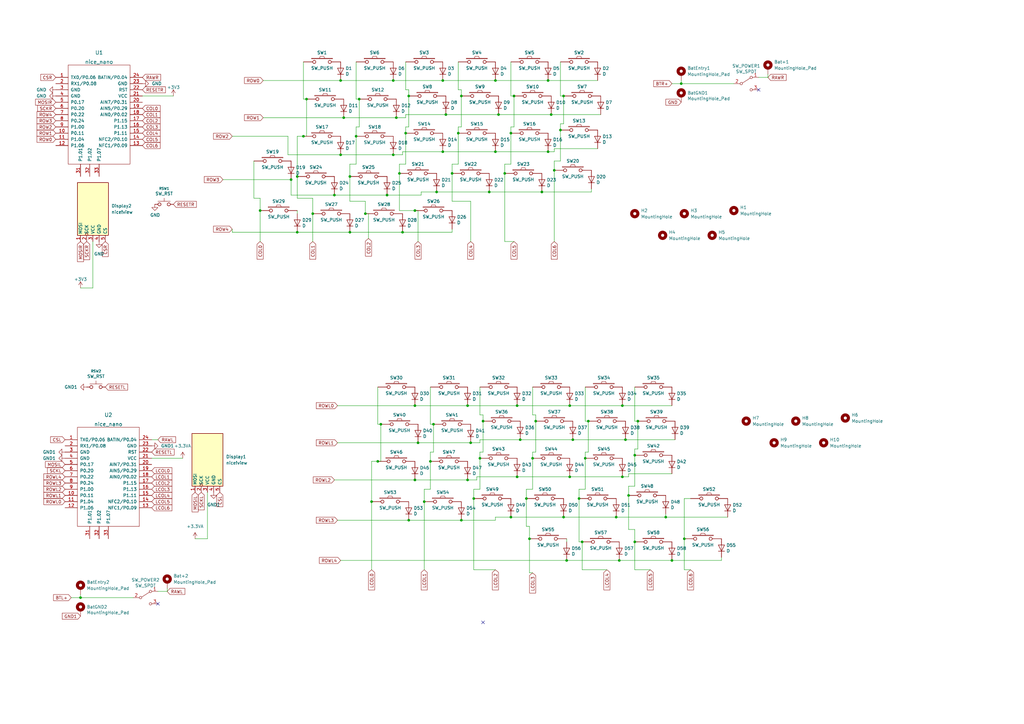
<source format=kicad_sch>
(kicad_sch (version 20211123) (generator eeschema)
  (paper "A3")
  (junction (at 161.29 63.5))
  (junction (at 255.27 166.37))
  (junction (at 170.18 166.37))
  (junction (at 232.41 229.87))
  (junction (at 128.27 87.63))
  (junction (at 163.83 71.12))
  (junction (at 198.12 172.72))
  (junction (at 124.46 55.88))
  (junction (at 173.99 205.74))
  (junction (at 273.05 212.09))
  (junction (at 119.38 73.66))
  (junction (at 217.17 220.98))
  (junction (at 233.68 166.37))
  (junction (at 252.73 212.09))
  (junction (at 161.29 33.02))
  (junction (at 143.51 72.39))
  (junction (at 146.05 55.88))
  (junction (at 167.64 213.36))
  (junction (at 240.03 187.96))
  (junction (at 162.56 48.26))
  (junction (at 200.66 78.74))
  (junction (at 224.79 33.02))
  (junction (at 233.68 195.58))
  (junction (at 166.37 54.61))
  (junction (at 260.35 186.69))
  (junction (at 165.1 95.25))
  (junction (at 106.68 86.36))
  (junction (at 176.53 189.23))
  (junction (at 167.64 39.37))
  (junction (at 213.36 180.34))
  (junction (at 147.32 40.64))
  (junction (at 137.16 80.01))
  (junction (at 181.61 33.02))
  (junction (at 158.75 80.01))
  (junction (at 275.59 229.87))
  (junction (at 257.81 203.2))
  (junction (at 279.4 34.29))
  (junction (at 209.55 54.61))
  (junction (at 193.04 181.61))
  (junction (at 237.49 204.47))
  (junction (at 143.51 95.25))
  (junction (at 182.88 46.99))
  (junction (at 121.92 95.25))
  (junction (at 256.54 180.34))
  (junction (at 212.09 166.37))
  (junction (at 261.62 172.72))
  (junction (at 254 229.87))
  (junction (at 229.87 53.34))
  (junction (at 227.33 69.85))
  (junction (at 187.96 54.61))
  (junction (at 189.23 213.36))
  (junction (at 177.8 173.99))
  (junction (at 210.82 39.37))
  (junction (at 280.67 220.98))
  (junction (at 234.95 180.34))
  (junction (at 222.25 78.74))
  (junction (at 139.7 63.5))
  (junction (at 140.97 48.26))
  (junction (at 171.45 181.61))
  (junction (at 149.86 87.63))
  (junction (at 219.71 172.72))
  (junction (at 154.94 189.23))
  (junction (at 241.3 172.72))
  (junction (at 260.35 222.25))
  (junction (at 203.2 62.23))
  (junction (at 33.02 245.11))
  (junction (at 209.55 212.09))
  (junction (at 152.4 205.74))
  (junction (at 226.06 46.99))
  (junction (at 212.09 195.58))
  (junction (at 204.47 46.99))
  (junction (at 231.14 39.37))
  (junction (at 207.01 71.12))
  (junction (at 238.76 222.25))
  (junction (at 191.77 196.85))
  (junction (at 156.21 173.99))
  (junction (at 121.92 72.39))
  (junction (at 189.23 39.37))
  (junction (at 194.31 204.47))
  (junction (at 255.27 195.58))
  (junction (at 170.18 86.36))
  (junction (at 125.73 40.64))
  (junction (at 179.07 78.74))
  (junction (at 191.77 166.37))
  (junction (at 196.85 187.96))
  (junction (at 185.42 71.12))
  (junction (at 215.9 204.47))
  (junction (at 203.2 33.02))
  (junction (at 218.44 187.96))
  (junction (at 231.14 212.09))
  (junction (at 139.7 33.02))
  (junction (at 170.18 196.85))
  (junction (at 224.79 62.23))
  (junction (at 181.61 62.23))
  (no_connect (at 64.77 247.65))
  (no_connect (at 198.12 255.27))
  (no_connect (at 311.15 36.83))
  (wire (pts (xy 234.95 180.34) (xy 256.54 180.34)))
  (wire (pts (xy 210.82 39.37) (xy 210.82 52.07)))
  (wire (pts (xy 64.77 180.34) (xy 62.23 180.34)))
  (wire (pts (xy 152.4 205.74) (xy 152.4 189.23)))
  (wire (pts (xy 146.05 25.4) (xy 146.05 40.64)))
  (wire (pts (xy 213.36 180.34) (xy 234.95 180.34)))
  (wire (pts (xy 314.96 31.75) (xy 314.96 30.48)))
  (wire (pts (xy 181.61 62.23) (xy 203.2 62.23)))
  (wire (pts (xy 166.37 54.61) (xy 166.37 67.31)))
  (wire (pts (xy 233.68 195.58) (xy 255.27 195.58)))
  (wire (pts (xy 187.96 67.31) (xy 185.42 67.31)))
  (wire (pts (xy 95.25 95.25) (xy 95.25 93.98)))
  (wire (pts (xy 227.33 66.04) (xy 227.33 69.85)))
  (wire (pts (xy 165.1 63.5) (xy 161.29 63.5)))
  (wire (pts (xy 121.92 95.25) (xy 143.51 95.25)))
  (wire (pts (xy 128.27 81.28) (xy 128.27 87.63)))
  (wire (pts (xy 166.37 46.99) (xy 166.37 48.26)))
  (wire (pts (xy 146.05 52.07) (xy 146.05 55.88)))
  (wire (pts (xy 212.09 166.37) (xy 233.68 166.37)))
  (wire (pts (xy 203.2 62.23) (xy 224.79 62.23)))
  (wire (pts (xy 275.59 194.31) (xy 257.81 194.31)))
  (wire (pts (xy 232.41 229.87) (xy 254 229.87)))
  (wire (pts (xy 260.35 233.68) (xy 266.7 233.68)))
  (wire (pts (xy 198.12 170.18) (xy 198.12 172.72)))
  (wire (pts (xy 187.96 25.4) (xy 187.96 36.83)))
  (wire (pts (xy 218.44 158.75) (xy 218.44 170.18)))
  (wire (pts (xy 229.87 39.37) (xy 231.14 39.37)))
  (wire (pts (xy 147.32 52.07) (xy 146.05 52.07)))
  (wire (pts (xy 179.07 78.74) (xy 200.66 78.74)))
  (wire (pts (xy 146.05 40.64) (xy 147.32 40.64)))
  (wire (pts (xy 138.43 166.37) (xy 170.18 166.37)))
  (wire (pts (xy 203.2 213.36) (xy 203.2 212.09)))
  (wire (pts (xy 232.41 220.98) (xy 232.41 222.25)))
  (wire (pts (xy 257.81 199.39) (xy 257.81 203.2)))
  (wire (pts (xy 275.59 34.29) (xy 279.4 34.29)))
  (wire (pts (xy 143.51 72.39) (xy 143.51 82.55)))
  (wire (pts (xy 138.43 181.61) (xy 171.45 181.61)))
  (wire (pts (xy 200.66 78.74) (xy 222.25 78.74)))
  (wire (pts (xy 219.71 172.72) (xy 219.71 185.42)))
  (wire (pts (xy 196.85 180.34) (xy 196.85 181.61)))
  (wire (pts (xy 238.76 233.68) (xy 248.92 233.68)))
  (wire (pts (xy 106.68 86.36) (xy 106.68 81.28)))
  (wire (pts (xy 149.86 82.55) (xy 149.86 87.63)))
  (wire (pts (xy 209.55 39.37) (xy 210.82 39.37)))
  (wire (pts (xy 121.92 81.28) (xy 128.27 81.28)))
  (wire (pts (xy 217.17 220.98) (xy 217.17 234.95)))
  (wire (pts (xy 196.85 185.42) (xy 196.85 187.96)))
  (wire (pts (xy 68.58 242.57) (xy 68.58 241.3)))
  (wire (pts (xy 167.64 36.83) (xy 167.64 39.37)))
  (wire (pts (xy 227.33 60.96) (xy 227.33 62.23)))
  (wire (pts (xy 143.51 82.55) (xy 149.86 82.55)))
  (wire (pts (xy 173.99 200.66) (xy 173.99 205.74)))
  (wire (pts (xy 152.4 205.74) (xy 152.4 233.68)))
  (wire (pts (xy 207.01 71.12) (xy 207.01 99.06)))
  (wire (pts (xy 218.44 200.66) (xy 215.9 200.66)))
  (wire (pts (xy 185.42 67.31) (xy 185.42 71.12)))
  (wire (pts (xy 207.01 67.31) (xy 207.01 71.12)))
  (wire (pts (xy 218.44 187.96) (xy 218.44 200.66)))
  (wire (pts (xy 107.95 48.26) (xy 140.97 48.26)))
  (wire (pts (xy 95.25 55.88) (xy 118.11 55.88)))
  (wire (pts (xy 187.96 36.83) (xy 189.23 36.83)))
  (wire (pts (xy 176.53 189.23) (xy 176.53 200.66)))
  (wire (pts (xy 143.51 67.31) (xy 146.05 67.31)))
  (wire (pts (xy 229.87 50.8) (xy 229.87 53.34)))
  (wire (pts (xy 121.92 86.36) (xy 121.92 87.63)))
  (wire (pts (xy 279.4 34.29) (xy 279.4 33.02)))
  (wire (pts (xy 156.21 173.99) (xy 156.21 189.23)))
  (wire (pts (xy 240.03 200.66) (xy 237.49 200.66)))
  (wire (pts (xy 194.31 200.66) (xy 194.31 204.47)))
  (wire (pts (xy 104.14 81.28) (xy 106.68 81.28)))
  (wire (pts (xy 128.27 87.63) (xy 128.27 99.06)))
  (wire (pts (xy 182.88 46.99) (xy 166.37 46.99)))
  (wire (pts (xy 260.35 199.39) (xy 257.81 199.39)))
  (wire (pts (xy 166.37 48.26) (xy 162.56 48.26)))
  (wire (pts (xy 245.11 60.96) (xy 227.33 60.96)))
  (wire (pts (xy 124.46 55.88) (xy 125.73 55.88)))
  (wire (pts (xy 204.47 46.99) (xy 226.06 46.99)))
  (wire (pts (xy 163.83 71.12) (xy 163.83 86.36)))
  (wire (pts (xy 280.67 233.68) (xy 283.21 233.68)))
  (wire (pts (xy 121.92 95.25) (xy 95.25 95.25)))
  (wire (pts (xy 124.46 40.64) (xy 125.73 40.64)))
  (wire (pts (xy 233.68 166.37) (xy 255.27 166.37)))
  (wire (pts (xy 170.18 196.85) (xy 191.77 196.85)))
  (wire (pts (xy 273.05 212.09) (xy 298.45 212.09)))
  (wire (pts (xy 173.99 205.74) (xy 173.99 233.68)))
  (wire (pts (xy 166.37 52.07) (xy 166.37 54.61)))
  (wire (pts (xy 167.64 52.07) (xy 166.37 52.07)))
  (wire (pts (xy 260.35 222.25) (xy 260.35 233.68)))
  (wire (pts (xy 143.51 95.25) (xy 165.1 95.25)))
  (wire (pts (xy 165.1 95.25) (xy 185.42 95.25)))
  (wire (pts (xy 124.46 25.4) (xy 124.46 40.64)))
  (wire (pts (xy 227.33 62.23) (xy 224.79 62.23)))
  (wire (pts (xy 275.59 229.87) (xy 295.91 229.87)))
  (wire (pts (xy 195.58 195.58) (xy 195.58 196.85)))
  (wire (pts (xy 283.21 204.47) (xy 280.67 204.47)))
  (wire (pts (xy 260.35 158.75) (xy 260.35 172.72)))
  (wire (pts (xy 185.42 71.12) (xy 185.42 82.55)))
  (wire (pts (xy 255.27 166.37) (xy 275.59 166.37)))
  (wire (pts (xy 140.97 48.26) (xy 162.56 48.26)))
  (wire (pts (xy 227.33 69.85) (xy 227.33 99.06)))
  (wire (pts (xy 210.82 52.07) (xy 209.55 52.07)))
  (wire (pts (xy 121.92 55.88) (xy 124.46 55.88)))
  (wire (pts (xy 261.62 172.72) (xy 261.62 184.15)))
  (wire (pts (xy 146.05 55.88) (xy 146.05 67.31)))
  (wire (pts (xy 154.94 189.23) (xy 156.21 189.23)))
  (wire (pts (xy 280.67 220.98) (xy 281.94 220.98)))
  (wire (pts (xy 189.23 36.83) (xy 189.23 39.37)))
  (wire (pts (xy 62.23 187.96) (xy 74.93 187.96)))
  (wire (pts (xy 29.21 245.11) (xy 33.02 245.11)))
  (wire (pts (xy 196.85 158.75) (xy 196.85 170.18)))
  (wire (pts (xy 171.45 86.36) (xy 171.45 99.06)))
  (wire (pts (xy 229.87 53.34) (xy 229.87 66.04)))
  (wire (pts (xy 209.55 67.31) (xy 207.01 67.31)))
  (wire (pts (xy 187.96 54.61) (xy 187.96 67.31)))
  (wire (pts (xy 260.35 217.17) (xy 260.35 222.25)))
  (wire (pts (xy 118.11 63.5) (xy 139.7 63.5)))
  (wire (pts (xy 260.35 172.72) (xy 261.62 172.72)))
  (wire (pts (xy 311.15 31.75) (xy 314.96 31.75)))
  (wire (pts (xy 196.85 181.61) (xy 193.04 181.61)))
  (wire (pts (xy 139.7 63.5) (xy 161.29 63.5)))
  (wire (pts (xy 194.31 204.47) (xy 194.31 233.68)))
  (wire (pts (xy 195.58 196.85) (xy 191.77 196.85)))
  (wire (pts (xy 194.31 233.68) (xy 203.2 233.68)))
  (wire (pts (xy 273.05 212.09) (xy 273.05 210.82)))
  (wire (pts (xy 261.62 222.25) (xy 260.35 222.25)))
  (wire (pts (xy 151.13 87.63) (xy 149.86 87.63)))
  (wire (pts (xy 215.9 204.47) (xy 215.9 215.9)))
  (wire (pts (xy 154.94 158.75) (xy 154.94 173.99)))
  (wire (pts (xy 167.64 213.36) (xy 189.23 213.36)))
  (wire (pts (xy 182.88 46.99) (xy 204.47 46.99)))
  (wire (pts (xy 138.43 213.36) (xy 167.64 213.36)))
  (wire (pts (xy 151.13 97.79) (xy 151.13 87.63)))
  (wire (pts (xy 196.85 170.18) (xy 198.12 170.18)))
  (wire (pts (xy 213.36 180.34) (xy 196.85 180.34)))
  (wire (pts (xy 107.95 33.02) (xy 139.7 33.02)))
  (wire (pts (xy 280.67 204.47) (xy 280.67 220.98)))
  (wire (pts (xy 219.71 170.18) (xy 219.71 172.72)))
  (wire (pts (xy 261.62 184.15) (xy 260.35 184.15)))
  (wire (pts (xy 242.57 78.74) (xy 242.57 77.47)))
  (wire (pts (xy 237.49 200.66) (xy 237.49 204.47)))
  (wire (pts (xy 256.54 180.34) (xy 276.86 180.34)))
  (wire (pts (xy 170.18 86.36) (xy 171.45 86.36)))
  (wire (pts (xy 147.32 40.64) (xy 147.32 52.07)))
  (wire (pts (xy 121.92 72.39) (xy 121.92 81.28)))
  (wire (pts (xy 209.55 25.4) (xy 209.55 39.37)))
  (wire (pts (xy 226.06 46.99) (xy 246.38 46.99)))
  (wire (pts (xy 222.25 78.74) (xy 242.57 78.74)))
  (wire (pts (xy 279.4 34.29) (xy 300.99 34.29)))
  (wire (pts (xy 163.83 67.31) (xy 163.83 71.12)))
  (wire (pts (xy 189.23 39.37) (xy 189.23 52.07)))
  (wire (pts (xy 185.42 82.55) (xy 193.04 82.55)))
  (wire (pts (xy 104.14 66.04) (xy 104.14 81.28)))
  (wire (pts (xy 187.96 52.07) (xy 187.96 54.61)))
  (wire (pts (xy 58.42 39.37) (xy 71.12 39.37)))
  (wire (pts (xy 33.02 245.11) (xy 54.61 245.11)))
  (wire (pts (xy 237.49 222.25) (xy 238.76 222.25)))
  (wire (pts (xy 137.16 80.01) (xy 119.38 80.01)))
  (wire (pts (xy 207.01 99.06) (xy 210.82 99.06)))
  (wire (pts (xy 177.8 185.42) (xy 176.53 185.42)))
  (wire (pts (xy 172.72 80.01) (xy 172.72 78.74)))
  (wire (pts (xy 260.35 184.15) (xy 260.35 186.69)))
  (wire (pts (xy 240.03 172.72) (xy 241.3 172.72)))
  (wire (pts (xy 219.71 185.42) (xy 218.44 185.42)))
  (wire (pts (xy 106.68 86.36) (xy 106.68 99.06)))
  (wire (pts (xy 85.09 201.93) (xy 85.09 220.98)))
  (wire (pts (xy 173.99 200.66) (xy 176.53 200.66)))
  (wire (pts (xy 218.44 170.18) (xy 219.71 170.18)))
  (wire (pts (xy 137.16 80.01) (xy 158.75 80.01)))
  (wire (pts (xy 229.87 25.4) (xy 229.87 39.37)))
  (wire (pts (xy 218.44 185.42) (xy 218.44 187.96)))
  (wire (pts (xy 152.4 189.23) (xy 154.94 189.23)))
  (wire (pts (xy 158.75 80.01) (xy 172.72 80.01)))
  (wire (pts (xy 166.37 36.83) (xy 167.64 36.83)))
  (wire (pts (xy 172.72 78.74) (xy 179.07 78.74)))
  (wire (pts (xy 217.17 220.98) (xy 217.17 215.9)))
  (wire (pts (xy 257.81 195.58) (xy 255.27 195.58)))
  (wire (pts (xy 238.76 222.25) (xy 238.76 233.68)))
  (wire (pts (xy 193.04 82.55) (xy 193.04 99.06)))
  (wire (pts (xy 215.9 215.9) (xy 217.17 215.9)))
  (wire (pts (xy 118.11 55.88) (xy 118.11 63.5)))
  (wire (pts (xy 260.35 186.69) (xy 260.35 199.39)))
  (wire (pts (xy 231.14 50.8) (xy 229.87 50.8)))
  (wire (pts (xy 163.83 86.36) (xy 170.18 86.36)))
  (wire (pts (xy 191.77 166.37) (xy 212.09 166.37)))
  (wire (pts (xy 181.61 33.02) (xy 203.2 33.02)))
  (wire (pts (xy 125.73 40.64) (xy 125.73 55.88)))
  (wire (pts (xy 231.14 212.09) (xy 252.73 212.09)))
  (wire (pts (xy 121.92 72.39) (xy 121.92 55.88)))
  (wire (pts (xy 64.77 242.57) (xy 68.58 242.57)))
  (wire (pts (xy 203.2 33.02) (xy 224.79 33.02)))
  (wire (pts (xy 139.7 33.02) (xy 161.29 33.02)))
  (wire (pts (xy 189.23 52.07) (xy 187.96 52.07)))
  (wire (pts (xy 181.61 62.23) (xy 165.1 62.23)))
  (wire (pts (xy 209.55 52.07) (xy 209.55 54.61)))
  (wire (pts (xy 240.03 185.42) (xy 240.03 187.96)))
  (wire (pts (xy 38.1 118.11) (xy 33.02 118.11)))
  (wire (pts (xy 139.7 229.87) (xy 232.41 229.87)))
  (wire (pts (xy 154.94 173.99) (xy 156.21 173.99)))
  (wire (pts (xy 212.09 195.58) (xy 233.68 195.58)))
  (wire (pts (xy 198.12 185.42) (xy 196.85 185.42)))
  (wire (pts (xy 241.3 172.72) (xy 241.3 185.42)))
  (wire (pts (xy 38.1 99.06) (xy 38.1 118.11)))
  (wire (pts (xy 229.87 66.04) (xy 227.33 66.04)))
  (wire (pts (xy 280.67 220.98) (xy 280.67 233.68)))
  (wire (pts (xy 119.38 80.01) (xy 119.38 73.66)))
  (wire (pts (xy 295.91 229.87) (xy 295.91 228.6)))
  (wire (pts (xy 198.12 172.72) (xy 198.12 185.42)))
  (wire (pts (xy 166.37 25.4) (xy 166.37 36.83)))
  (wire (pts (xy 170.18 166.37) (xy 191.77 166.37)))
  (wire (pts (xy 166.37 67.31) (xy 163.83 67.31)))
  (wire (pts (xy 240.03 187.96) (xy 240.03 200.66)))
  (wire (pts (xy 176.53 173.99) (xy 177.8 173.99)))
  (wire (pts (xy 176.53 158.75) (xy 176.53 173.99)))
  (wire (pts (xy 176.53 185.42) (xy 176.53 189.23)))
  (wire (pts (xy 143.51 67.31) (xy 143.51 72.39)))
  (wire (pts (xy 85.09 220.98) (xy 80.01 220.98)))
  (wire (pts (xy 196.85 200.66) (xy 194.31 200.66)))
  (wire (pts (xy 254 229.87) (xy 275.59 229.87)))
  (wire (pts (xy 237.49 204.47) (xy 237.49 222.25)))
  (wire (pts (xy 33.02 245.11) (xy 33.02 243.84)))
  (wire (pts (xy 209.55 54.61) (xy 209.55 67.31)))
  (wire (pts (xy 252.73 212.09) (xy 273.05 212.09)))
  (wire (pts (xy 171.45 181.61) (xy 193.04 181.61)))
  (wire (pts (xy 189.23 213.36) (xy 203.2 213.36)))
  (wire (pts (xy 240.03 158.75) (xy 240.03 172.72)))
  (wire (pts (xy 185.42 95.25) (xy 185.42 93.98)))
  (wire (pts (xy 177.8 173.99) (xy 177.8 185.42)))
  (wire (pts (xy 217.17 234.95) (xy 218.44 234.95)))
  (wire (pts (xy 231.14 39.37) (xy 231.14 50.8)))
  (wire (pts (xy 212.09 195.58) (xy 195.58 195.58)))
  (wire (pts (xy 137.16 196.85) (xy 170.18 196.85)))
  (wire (pts (xy 257.81 194.31) (xy 257.81 195.58)))
  (wire (pts (xy 224.79 33.02) (xy 245.11 33.02)))
  (wire (pts (xy 167.64 39.37) (xy 167.64 52.07)))
  (wire (pts (xy 161.29 33.02) (xy 181.61 33.02)))
  (wire (pts (xy 119.38 73.66) (xy 91.44 73.66)))
  (wire (pts (xy 203.2 212.09) (xy 209.55 212.09)))
  (wire (pts (xy 241.3 185.42) (xy 240.03 185.42)))
  (wire (pts (xy 257.81 217.17) (xy 260.35 217.17)))
  (wire (pts (xy 257.81 203.2) (xy 257.81 217.17)))
  (wire (pts (xy 196.85 187.96) (xy 196.85 200.66)))
  (wire (pts (xy 209.55 212.09) (xy 231.14 212.09)))
  (wire (pts (xy 215.9 200.66) (xy 215.9 204.47)))
  (wire (pts (xy 165.1 62.23) (xy 165.1 63.5)))
  (global_label "ROW0" (shape input) (at 22.86 57.15 180) (property "Intersheet References" "${INTERSHEET_REFS}" (effects hide)))
  (global_label "LCOL5" (shape input) (at 266.7 233.68 270) (property "Intersheet References" "${INTERSHEET_REFS}" (effects hide)))
  (global_label "COL3" (shape input) (at 171.45 99.06 270) (property "Intersheet References" "${INTERSHEET_REFS}" (effects hide)))
  (global_label "ROWL0" (shape input) (at 138.43 166.37 180) (property "Intersheet References" "${INTERSHEET_REFS}" (effects hide)))
  (global_label "GND1" (shape input) (at 33.02 252.73 180) (property "Intersheet References" "${INTERSHEET_REFS}" (effects hide)))
  (global_label "SCKR" (shape input) (at 22.86 44.45 180) (property "Intersheet References" "${INTERSHEET_REFS}" (effects hide)))
  (global_label "ROW2" (shape input) (at 22.86 52.07 180) (property "Intersheet References" "${INTERSHEET_REFS}" (effects hide)))
  (global_label "ROWL4" (shape input) (at 139.7 229.87 180) (property "Intersheet References" "${INTERSHEET_REFS}" (effects hide)))
  (global_label "COL3" (shape input) (at 58.42 52.07 0) (property "Intersheet References" "${INTERSHEET_REFS}" (effects hide)))
  (global_label "SCKR" (shape input) (at 35.56 99.06 270) (property "Intersheet References" "${INTERSHEET_REFS}" (effects hide)))
  (global_label "RESETL" (shape input) (at 43.18 158.75 0) (property "Intersheet References" "${INTERSHEET_REFS}" (effects hide)))
  (global_label "LCOL1" (shape input) (at 173.99 233.68 270) (property "Intersheet References" "${INTERSHEET_REFS}" (effects hide)))
  (global_label "RAWR" (shape input) (at 314.96 31.75 0) (property "Intersheet References" "${INTERSHEET_REFS}" (effects hide)))
  (global_label "MOSIR" (shape input) (at 22.86 41.91 180) (property "Intersheet References" "${INTERSHEET_REFS}" (effects hide)))
  (global_label "RESETR" (shape input) (at 58.42 36.83 0) (property "Intersheet References" "${INTERSHEET_REFS}" (effects hide)))
  (global_label "LCOL0" (shape input) (at 152.4 233.68 270) (property "Intersheet References" "${INTERSHEET_REFS}" (effects hide)))
  (global_label "COL6" (shape input) (at 58.42 59.69 0) (property "Intersheet References" "${INTERSHEET_REFS}" (effects hide)))
  (global_label "LCOL4" (shape input) (at 62.23 203.2 0) (property "Intersheet References" "${INTERSHEET_REFS}" (effects hide)))
  (global_label "ROWL1" (shape input) (at 26.67 203.2 180) (property "Intersheet References" "${INTERSHEET_REFS}" (effects hide)))
  (global_label "COL6" (shape input) (at 227.33 99.06 270) (property "Intersheet References" "${INTERSHEET_REFS}" (effects hide)))
  (global_label "MOSIR" (shape input) (at 33.02 99.06 270) (property "Intersheet References" "${INTERSHEET_REFS}" (effects hide)))
  (global_label "RAWR" (shape input) (at 58.42 31.75 0) (property "Intersheet References" "${INTERSHEET_REFS}" (effects hide)))
  (global_label "LCOL4" (shape input) (at 248.92 233.68 270) (property "Intersheet References" "${INTERSHEET_REFS}" (effects hide)))
  (global_label "COL4" (shape input) (at 193.04 99.06 270) (property "Intersheet References" "${INTERSHEET_REFS}" (effects hide)))
  (global_label "RESETR" (shape input) (at 71.12 83.82 0) (property "Intersheet References" "${INTERSHEET_REFS}" (effects hide)))
  (global_label "ROWL2" (shape input) (at 137.16 196.85 180) (property "Intersheet References" "${INTERSHEET_REFS}" (effects hide)))
  (global_label "COL5" (shape input) (at 210.82 99.06 270) (property "Intersheet References" "${INTERSHEET_REFS}" (effects hide)))
  (global_label "ROWL3" (shape input) (at 138.43 213.36 180) (property "Intersheet References" "${INTERSHEET_REFS}" (effects hide)))
  (global_label "RAWL" (shape input) (at 68.58 242.57 0) (property "Intersheet References" "${INTERSHEET_REFS}" (effects hide)))
  (global_label "LCOL3" (shape input) (at 218.44 234.95 270) (property "Intersheet References" "${INTERSHEET_REFS}" (effects hide)))
  (global_label "ROWL4" (shape input) (at 26.67 195.58 180) (property "Intersheet References" "${INTERSHEET_REFS}" (effects hide)))
  (global_label "COL5" (shape input) (at 58.42 57.15 0) (property "Intersheet References" "${INTERSHEET_REFS}" (effects hide)))
  (global_label "LCOL6" (shape input) (at 62.23 208.28 0) (property "Intersheet References" "${INTERSHEET_REFS}" (effects hide)))
  (global_label "LCOL5" (shape input) (at 62.23 205.74 0) (property "Intersheet References" "${INTERSHEET_REFS}" (effects hide)))
  (global_label "COL1" (shape input) (at 128.27 99.06 270) (property "Intersheet References" "${INTERSHEET_REFS}" (effects hide)))
  (global_label "LCOL3" (shape input) (at 62.23 200.66 0) (property "Intersheet References" "${INTERSHEET_REFS}" (effects hide)))
  (global_label "CSR" (shape input) (at 22.86 31.75 180) (property "Intersheet References" "${INTERSHEET_REFS}" (effects hide)))
  (global_label "MOSIL" (shape input) (at 80.01 201.93 270) (property "Intersheet References" "${INTERSHEET_REFS}" (effects hide)))
  (global_label "LCOL2" (shape input) (at 203.2 233.68 270) (property "Intersheet References" "${INTERSHEET_REFS}" (effects hide)))
  (global_label "ROWL1" (shape input) (at 138.43 181.61 180) (property "Intersheet References" "${INTERSHEET_REFS}" (effects hide)))
  (global_label "COL2" (shape input) (at 151.13 97.79 270) (property "Intersheet References" "${INTERSHEET_REFS}" (effects hide)))
  (global_label "GND" (shape input) (at 279.4 41.91 180) (property "Intersheet References" "${INTERSHEET_REFS}" (effects hide)))
  (global_label "CSL" (shape input) (at 90.17 201.93 270) (property "Intersheet References" "${INTERSHEET_REFS}" (effects hide)))
  (global_label "LCOL2" (shape input) (at 62.23 198.12 0) (property "Intersheet References" "${INTERSHEET_REFS}" (effects hide)))
  (global_label "ROW3" (shape input) (at 91.44 73.66 180) (property "Intersheet References" "${INTERSHEET_REFS}" (effects hide)))
  (global_label "COL2" (shape input) (at 58.42 49.53 0) (property "Intersheet References" "${INTERSHEET_REFS}" (effects hide)))
  (global_label "ROW4" (shape input) (at 95.25 93.98 180) (property "Intersheet References" "${INTERSHEET_REFS}" (effects hide)))
  (global_label "ROWL2" (shape input) (at 26.67 200.66 180) (property "Intersheet References" "${INTERSHEET_REFS}" (effects hide)))
  (global_label "MOSIL" (shape input) (at 26.67 190.5 180) (property "Intersheet References" "${INTERSHEET_REFS}" (effects hide)))
  (global_label "RAWL" (shape input) (at 64.77 180.34 0) (property "Intersheet References" "${INTERSHEET_REFS}" (effects hide)))
  (global_label "LCOL1" (shape input) (at 62.23 195.58 0) (property "Intersheet References" "${INTERSHEET_REFS}" (effects hide)))
  (global_label "LCOL0" (shape input) (at 62.23 193.04 0) (property "Intersheet References" "${INTERSHEET_REFS}" (effects hide)))
  (global_label "COL1" (shape input) (at 58.42 46.99 0) (property "Intersheet References" "${INTERSHEET_REFS}" (effects hide)))
  (global_label "CSL" (shape input) (at 26.67 180.34 180) (property "Intersheet References" "${INTERSHEET_REFS}" (effects hide)))
  (global_label "ROW4" (shape input) (at 22.86 46.99 180) (property "Intersheet References" "${INTERSHEET_REFS}" (effects hide)))
  (global_label "ROW0" (shape input) (at 107.95 33.02 180) (property "Intersheet References" "${INTERSHEET_REFS}" (effects hide)))
  (global_label "SCKL" (shape input) (at 26.67 193.04 180) (property "Intersheet References" "${INTERSHEET_REFS}" (effects hide)))
  (global_label "COL4" (shape input) (at 58.42 54.61 0) (property "Intersheet References" "${INTERSHEET_REFS}" (effects hide)))
  (global_label "COL0" (shape input) (at 106.68 99.06 270) (property "Intersheet References" "${INTERSHEET_REFS}" (effects hide)))
  (global_label "SCKL" (shape input) (at 82.55 201.93 270) (property "Intersheet References" "${INTERSHEET_REFS}" (effects hide)))
  (global_label "ROW2" (shape input) (at 95.25 55.88 180) (property "Intersheet References" "${INTERSHEET_REFS}" (effects hide)))
  (global_label "ROW1" (shape input) (at 107.95 48.26 180) (property "Intersheet References" "${INTERSHEET_REFS}" (effects hide)))
  (global_label "ROWL3" (shape input) (at 26.67 198.12 180) (property "Intersheet References" "${INTERSHEET_REFS}" (effects hide)))
  (global_label "COL0" (shape input) (at 58.42 44.45 0) (property "Intersheet References" "${INTERSHEET_REFS}" (effects hide)))
  (global_label "LCOL6" (shape input) (at 283.21 233.68 270) (property "Intersheet References" "${INTERSHEET_REFS}" (effects hide)))
  (global_label "RESETL" (shape input) (at 62.23 185.42 0) (property "Intersheet References" "${INTERSHEET_REFS}" (effects hide)))
  (global_label "ROWL0" (shape input) (at 26.67 205.74 180) (property "Intersheet References" "${INTERSHEET_REFS}" (effects hide)))
  (global_label "BTL+" (shape input) (at 29.21 245.11 180) (property "Intersheet References" "${INTERSHEET_REFS}" (effects hide)))
  (global_label "CSR" (shape input) (at 43.18 99.06 270) (property "Intersheet References" "${INTERSHEET_REFS}" (effects hide)))
  (global_label "ROW3" (shape input) (at 22.86 49.53 180) (property "Intersheet References" "${INTERSHEET_REFS}" (effects hide)))
  (global_label "BTR+" (shape input) (at 275.59 34.29 180) (property "Intersheet References" "${INTERSHEET_REFS}" (effects hide)))
  (global_label "ROW1" (shape input) (at 22.86 54.61 180) (property "Intersheet References" "${INTERSHEET_REFS}" (effects hide)))
  (symbol (lib_id "power:GND1") (at 87.63 201.93 0) (unit 1)
    (property "Reference" "#PWR0110" (effects hide))
    (property "Value" "GND1" (at 87.63 207.01 0))
  )
  (symbol (lib_id "Lily58_Pro-rescue:D-Lily58-cache") (at 193.04 177.8 90) (unit 1)
    (property "Reference" "D41" (at 195.0466 176.6316 90) (effects (justify right)))
    (property "Value" "D" (at 195.0466 178.943 90) (effects (justify right)))
    (property "Footprint" "RunType58:Diode_TH_SOD123" (effects hide))
  )
  (symbol (lib_id "Mechanical:MountingHole_Pad") (at 33.02 250.19 0) (unit 1)
    (property "Reference" "BatGND2" (at 35.56 248.9454 0) (effects (justify left)))
    (property "Value" "MountingHole_Pad" (at 35.56 251.2568 0) (effects (justify left)))
    (property "Footprint" "nicenan0_v2:1pin_Battery" (effects hide))
  )
  (symbol (lib_id "Lily58_Pro-rescue:D-Lily58-cache") (at 139.7 59.69 90) (unit 1)
    (property "Reference" "D17" (at 141.7066 58.5216 90) (effects (justify right)))
    (property "Value" "D" (at 141.7066 60.833 90) (effects (justify right)))
    (property "Footprint" "RunType58:Diode_TH_SOD123" (effects hide))
  )
  (symbol (lib_id "Lily58_Pro-rescue:D-Lily58-cache") (at 273.05 207.01 90) (unit 1)
    (property "Reference" "D48" (at 275.0566 205.8416 90) (effects (justify right)))
    (property "Value" "D" (at 275.0566 208.153 90) (effects (justify right)))
    (property "Footprint" "RunType58:Diode_TH_SOD123" (effects hide))
  )
  (symbol (lib_id "power:GND") (at 58.42 34.29 90) (unit 1)
    (property "Reference" "#PWR0112" (effects hide))
    (property "Value" "GND" (at 62.23 34.2899 90) (effects (justify right)))
  )
  (symbol (lib_id "Lily58_Pro-rescue:D-Lily58-cache") (at 245.11 29.21 90) (unit 1)
    (property "Reference" "D2" (at 247.1166 28.0416 90) (effects (justify right)))
    (property "Value" "D" (at 247.1166 30.353 90) (effects (justify right)))
    (property "Footprint" "RunType58:Diode_TH_SOD123" (effects hide))
  )
  (symbol (lib_id "Lily58_Pro-rescue:D-Lily58-cache") (at 161.29 59.69 90) (unit 1)
    (property "Reference" "D18" (at 163.2966 58.5216 90) (effects (justify right)))
    (property "Value" "D" (at 163.2966 60.833 90) (effects (justify right)))
    (property "Footprint" "RunType58:Diode_TH_SOD123" (effects hide))
  )
  (symbol (lib_id "Lily58_Pro-rescue:D-Lily58-cache") (at 191.77 193.04 90) (unit 1)
    (property "Reference" "D47" (at 193.7766 191.8716 90) (effects (justify right)))
    (property "Value" "D" (at 193.7766 194.183 90) (effects (justify right)))
    (property "Footprint" "RunType58:Diode_TH_SOD123" (effects hide))
  )
  (symbol (lib_id "Lily58_Pro-rescue:D-Lily58-cache") (at 167.64 209.55 90) (unit 1)
    (property "Reference" "D53" (at 169.6466 208.3816 90) (effects (justify right)))
    (property "Value" "D" (at 169.6466 210.693 90) (effects (justify right)))
    (property "Footprint" "RunType58:Diode_TH_SOD123" (effects hide))
  )
  (symbol (lib_id "Lily58_Pro-rescue:D-Lily58-cache") (at 276.86 176.53 90) (unit 1)
    (property "Reference" "D39" (at 278.8666 175.3616 90) (effects (justify right)))
    (property "Value" "D" (at 278.8666 177.673 90) (effects (justify right)))
    (property "Footprint" "RunType58:Diode_TH_SOD123" (effects hide))
  )
  (symbol (lib_id "Lily58_Pro-rescue:SW_RST-Lily58-cache") (at 67.31 83.82 0) (unit 1)
    (property "Reference" "RSW1" (at 67.31 77.3176 0) (effects (font (size 1.016 1.016))))
    (property "Value" "SW_RST" (at 67.31 79.4258 0))
    (property "Footprint" "RunType58:TACT_SWITCH_TVBP06" (effects hide))
  )
  (symbol (lib_id "Lily58_Pro-rescue:SW_PUSH-Lily58-cache") (at 226.06 187.96 0) (unit 1)
    (property "Reference" "SW44" (at 226.06 184.15 0))
    (property "Value" "SW_PUSH" (at 226.06 190.5 0))
    (property "Footprint" "RunType58:CherryMX_KailhLowProfile_Hotswap" (effects hide))
  )
  (symbol (lib_id "Lily58_Pro-rescue:D-Lily58-cache") (at 203.2 29.21 90) (unit 1)
    (property "Reference" "D4" (at 205.2066 28.0416 90) (effects (justify right)))
    (property "Value" "D" (at 205.2066 30.353 90) (effects (justify right)))
    (property "Footprint" "RunType58:Diode_TH_SOD123" (effects hide))
  )
  (symbol (lib_id "Lily58_Pro-rescue:SW_RST-Lily58-cache") (at 39.37 158.75 0) (unit 1)
    (property "Reference" "RSW2" (at 39.37 152.2476 0) (effects (font (size 1.016 1.016))))
    (property "Value" "SW_RST" (at 39.37 154.3558 0))
    (property "Footprint" "RunType58:TACT_SWITCH_TVBP06" (effects hide))
  )
  (symbol (lib_id "Lily58_Pro-rescue:D-Lily58-cache") (at 203.2 58.42 90) (unit 1)
    (property "Reference" "D15" (at 205.2066 57.2516 90) (effects (justify right)))
    (property "Value" "D" (at 205.2066 59.563 90) (effects (justify right)))
    (property "Footprint" "RunType58:Diode_TH_SOD123" (effects hide))
  )
  (symbol (lib_id "Lily58_Pro-rescue:D-Lily58-cache") (at 200.66 74.93 90) (unit 1)
    (property "Reference" "D22" (at 202.6666 73.7616 90) (effects (justify right)))
    (property "Value" "D" (at 202.6666 76.073 90) (effects (justify right)))
    (property "Footprint" "RunType58:Diode_TH_SOD123" (effects hide))
  )
  (symbol (lib_id "Lily58_Pro-rescue:SW_PUSH-Lily58-cache") (at 214.63 71.12 0) (unit 1)
    (property "Reference" "SW23" (at 214.63 67.31 0))
    (property "Value" "SW_PUSH" (at 214.63 73.66 0))
    (property "Footprint" "RunType58:CherryMX_KailhLowProfile_Hotswap" (effects hide))
  )
  (symbol (lib_id "Switch:SW_SPDT") (at 306.07 34.29 0) (unit 1)
    (property "Reference" "SW_POWER1" (at 306.07 27.051 0))
    (property "Value" "SW_SPDT" (at 306.07 29.3624 0))
    (property "Footprint" "nicenano2:SPDT_C128955" (effects hide))
  )
  (symbol (lib_id "Lily58_Pro-rescue:SW_PUSH-Lily58-cache") (at 129.54 72.39 0) (unit 1)
    (property "Reference" "SW24" (at 129.54 68.58 0))
    (property "Value" "SW_PUSH" (at 129.54 74.93 0))
    (property "Footprint" "RunType58:CherryMX_KailhLowProfile_Hotswap" (effects hide))
  )
  (symbol (lib_id "Lily58_Pro-rescue:D-Lily58-cache") (at 212.09 191.77 90) (unit 1)
    (property "Reference" "D43" (at 214.0966 190.6016 90) (effects (justify right)))
    (property "Value" "D" (at 214.0966 192.913 90) (effects (justify right)))
    (property "Footprint" "RunType58:Diode_TH_SOD123" (effects hide))
  )
  (symbol (lib_id "Lily58_Pro-rescue:D-Lily58-cache") (at 233.68 162.56 90) (unit 1)
    (property "Reference" "D33" (at 235.6866 161.3916 90) (effects (justify right)))
    (property "Value" "D" (at 235.6866 163.703 90) (effects (justify right)))
    (property "Footprint" "RunType58:Diode_TH_SOD123" (effects hide))
  )
  (symbol (lib_id "Lily58_Pro-rescue:D-Lily58-cache") (at 170.18 162.56 90) (unit 1)
    (property "Reference" "D30" (at 172.1866 161.3916 90) (effects (justify right)))
    (property "Value" "D" (at 172.1866 163.703 90) (effects (justify right)))
    (property "Footprint" "RunType58:Diode_TH_SOD123" (effects hide))
  )
  (symbol (lib_id "Mechanical:MountingHole_Pad") (at 314.96 27.94 0) (unit 1)
    (property "Reference" "Bat+1" (at 317.5 25.3999 0) (effects (justify left)))
    (property "Value" "MountingHole_Pad" (at 317.5 27.9399 0) (effects (justify left)))
    (property "Footprint" "nicenan0_v2:1pin_Battery" (effects hide))
  )
  (symbol (lib_id "power:GND1") (at 26.67 187.96 270) (unit 1)
    (property "Reference" "#PWR0108" (effects hide))
    (property "Value" "GND1" (at 22.86 187.9599 90) (effects (justify right)))
  )
  (symbol (lib_id "Lily58_Pro-rescue:SW_PUSH-Lily58-cache") (at 224.79 220.98 0) (unit 1)
    (property "Reference" "SW55" (at 224.79 217.17 0))
    (property "Value" "SW_PUSH" (at 224.79 223.52 0))
    (property "Footprint" "RunType58:CherryMX_KailhLowProfile_Hotswap" (effects hide))
  )
  (symbol (lib_id "Mechanical:MountingHole") (at 306.07 172.72 0) (unit 1)
    (property "Reference" "H7" (at 308.61 171.4499 0) (effects (justify left)))
    (property "Value" "MountingHole" (at 308.61 173.9899 0) (effects (justify left)))
    (property "Footprint" "MountingHole:MountingHole_2.5mm_Pad" (effects hide))
  )
  (symbol (lib_id "Lily58_Pro-rescue:SW_PUSH-Lily58-cache") (at 237.49 53.34 0) (unit 1)
    (property "Reference" "SW13" (at 237.49 49.53 0))
    (property "Value" "SW_PUSH" (at 237.49 55.88 0))
    (property "Footprint" "RunType58:CherryMX_KailhLowProfile_Hotswap" (effects hide))
  )
  (symbol (lib_id "Lily58_Pro-rescue:SW_PUSH-Lily58-cache") (at 184.15 189.23 0) (unit 1)
    (property "Reference" "SW47" (at 184.15 185.42 0))
    (property "Value" "SW_PUSH" (at 184.15 191.77 0))
    (property "Footprint" "RunType58:CherryMX_KailhLowProfile_Hotswap" (effects hide))
  )
  (symbol (lib_id "Lily58_Pro-rescue:D-Lily58-cache") (at 119.38 69.85 90) (unit 1)
    (property "Reference" "D19" (at 121.3866 68.6816 90) (effects (justify right)))
    (property "Value" "D" (at 121.3866 70.993 90) (effects (justify right)))
    (property "Footprint" "RunType58:Diode_TH_SOD123" (effects hide))
  )
  (symbol (lib_id "Lily58_Pro-rescue:GND-Lily58-cache") (at 63.5 83.82 0) (unit 1)
    (property "Reference" "#PWR01" (effects hide))
    (property "Value" "GND" (at 63.627 88.2142 0))
  )
  (symbol (lib_id "Lily58_Pro-rescue:D-Lily58-cache") (at 232.41 226.06 90) (unit 1)
    (property "Reference" "D56" (at 234.4166 224.8916 90) (effects (justify right)))
    (property "Value" "D" (at 234.4166 227.203 90) (effects (justify right)))
    (property "Footprint" "RunType58:Diode_TH_SOD123" (effects hide))
  )
  (symbol (lib_id "Lily58_Pro-rescue:SW_PUSH-Lily58-cache") (at 265.43 203.2 0) (unit 1)
    (property "Reference" "SW48" (at 265.43 199.39 0))
    (property "Value" "SW_PUSH" (at 265.43 205.74 0))
    (property "Footprint" "RunType58:CherryMX_KailhLowProfile_Hotswap" (effects hide))
  )
  (symbol (lib_id "Lily58_Pro-rescue:SW_PUSH-Lily58-cache") (at 153.67 25.4 0) (unit 1)
    (property "Reference" "SW6" (at 153.67 21.59 0))
    (property "Value" "SW_PUSH" (at 153.67 27.94 0))
    (property "Footprint" "RunType58:CherryMX_KailhLowProfile_Hotswap" (effects hide))
  )
  (symbol (lib_id "power:+3.3V") (at 33.02 118.11 0) (unit 1)
    (property "Reference" "#PWR0104" (effects hide))
    (property "Value" "+3.3V" (at 33.02 114.5342 0))
  )
  (symbol (lib_id "Lily58_Pro-rescue:D-Lily58-cache") (at 161.29 29.21 90) (unit 1)
    (property "Reference" "D6" (at 163.2966 28.0416 90) (effects (justify right)))
    (property "Value" "D" (at 163.2966 30.353 90) (effects (justify right)))
    (property "Footprint" "RunType58:Diode_TH_SOD123" (effects hide))
  )
  (symbol (lib_id "Lily58_Pro-rescue:SW_PUSH-Lily58-cache") (at 247.65 158.75 0) (unit 1)
    (property "Reference" "SW34" (at 247.65 154.94 0))
    (property "Value" "SW_PUSH" (at 247.65 161.29 0))
    (property "Footprint" "RunType58:CherryMX_KailhLowProfile_Hotswap" (effects hide))
  )
  (symbol (lib_id "Lily58_Pro-rescue:SW_PUSH-Lily58-cache") (at 153.67 55.88 0) (unit 1)
    (property "Reference" "SW18" (at 153.67 52.07 0))
    (property "Value" "SW_PUSH" (at 153.67 58.42 0))
    (property "Footprint" "RunType58:CherryMX_KailhLowProfile_Hotswap" (effects hide))
  )
  (symbol (lib_id "Lily58_Pro-rescue:SW_PUSH-Lily58-cache") (at 288.29 220.98 0) (unit 1)
    (property "Reference" "SW56" (at 288.29 217.17 0))
    (property "Value" "SW_PUSH" (at 288.29 223.52 0))
    (property "Footprint" "RunType58:CherryMX_KailhLowProfile_Hotswap" (effects hide))
  )
  (symbol (lib_id "Lily58_Pro-rescue:D-Lily58-cache") (at 170.18 193.04 90) (unit 1)
    (property "Reference" "D46" (at 172.1866 191.8716 90) (effects (justify right)))
    (property "Value" "D" (at 172.1866 194.183 90) (effects (justify right)))
    (property "Footprint" "RunType58:Diode_TH_SOD123" (effects hide))
  )
  (symbol (lib_id "Lily58_Pro-rescue:SW_PUSH-Lily58-cache") (at 290.83 204.47 0) (unit 1)
    (property "Reference" "SW52" (at 290.83 200.66 0))
    (property "Value" "SW_PUSH" (at 290.83 207.01 0))
    (property "Footprint" "RunType58:CherryMX_KailhLowProfile_Hotswap" (effects hide))
  )
  (symbol (lib_id "Lily58_Pro-rescue:SW_PUSH-Lily58-cache") (at 135.89 87.63 0) (unit 1)
    (property "Reference" "SW27" (at 135.89 83.82 0))
    (property "Value" "SW_PUSH" (at 135.89 90.17 0))
    (property "Footprint" "RunType58:CherryMX_KailhLowProfile_Hotswap" (effects hide))
  )
  (symbol (lib_id "Lily58_Pro-rescue:D-Lily58-cache") (at 275.59 162.56 90) (unit 1)
    (property "Reference" "D35" (at 277.5966 161.3916 90) (effects (justify right)))
    (property "Value" "D" (at 277.5966 163.703 90) (effects (justify right)))
    (property "Footprint" "RunType58:Diode_TH_SOD123" (effects hide))
  )
  (symbol (lib_id "power:GND") (at 22.86 36.83 270) (unit 1)
    (property "Reference" "#PWR0109" (effects hide))
    (property "Value" "GND" (at 19.05 36.8299 90) (effects (justify right)))
  )
  (symbol (lib_id "Lily58_Pro-rescue:SW_PUSH-Lily58-cache") (at 201.93 204.47 0) (unit 1)
    (property "Reference" "SW49" (at 201.93 200.66 0))
    (property "Value" "SW_PUSH" (at 201.93 207.01 0))
    (property "Footprint" "RunType58:CherryMX_KailhLowProfile_Hotswap" (effects hide))
  )
  (symbol (lib_id "Lily58_Pro-rescue:D-Lily58-cache") (at 252.73 208.28 90) (unit 1)
    (property "Reference" "D51" (at 254.7366 207.1116 90) (effects (justify right)))
    (property "Value" "D" (at 254.7366 209.423 90) (effects (justify right)))
    (property "Footprint" "RunType58:Diode_TH_SOD123" (effects hide))
  )
  (symbol (lib_id "power:GND1") (at 35.56 158.75 270) (unit 1)
    (property "Reference" "#PWR0113" (effects hide))
    (property "Value" "GND1" (at 31.75 158.7499 90) (effects (justify right)))
  )
  (symbol (lib_id "Lily58_Pro-rescue:D-Lily58-cache") (at 209.55 208.28 90) (unit 1)
    (property "Reference" "D49" (at 211.5566 207.1116 90) (effects (justify right)))
    (property "Value" "D" (at 211.5566 209.423 90) (effects (justify right)))
    (property "Footprint" "RunType58:Diode_TH_SOD123" (effects hide))
  )
  (symbol (lib_id "Mechanical:MountingHole_Pad") (at 279.4 30.48 0) (unit 1)
    (property "Reference" "BatEntry1" (at 281.94 27.9399 0) (effects (justify left)))
    (property "Value" "MountingHole_Pad" (at 281.94 30.4799 0) (effects (justify left)))
    (property "Footprint" "nicenan0_v2:1pin_Battery" (effects hide))
  )
  (symbol (lib_id "Mechanical:MountingHole") (at 346.71 171.45 0) (unit 1)
    (property "Reference" "H6" (at 349.25 170.1799 0) (effects (justify left)))
    (property "Value" "MountingHole" (at 349.25 172.7199 0) (effects (justify left)))
    (property "Footprint" "MountingHole:MountingHole_2.5mm_Pad" (effects hide))
  )
  (symbol (lib_id "Lily58_Pro-rescue:SW_PUSH-Lily58-cache") (at 157.48 87.63 0) (unit 1)
    (property "Reference" "SW28" (at 157.48 83.82 0))
    (property "Value" "SW_PUSH" (at 157.48 90.17 0))
    (property "Footprint" "RunType58:CherryMX_KailhLowProfile_Hotswap" (effects hide))
  )
  (symbol (lib_id "Switch:SW_SPDT") (at 59.69 245.11 0) (unit 1)
    (property "Reference" "SW_POWER2" (at 59.69 237.871 0))
    (property "Value" "SW_SPDT" (at 59.69 240.1824 0))
    (property "Footprint" "nicenano2:SPDT_C128955" (effects hide))
  )
  (symbol (lib_id "Lily58_Pro-rescue:D-Lily58-cache") (at 275.59 190.5 90) (unit 1)
    (property "Reference" "D42" (at 277.5966 189.3316 90) (effects (justify right)))
    (property "Value" "D" (at 277.5966 191.643 90) (effects (justify right)))
    (property "Footprint" "RunType58:Diode_TH_SOD123" (effects hide))
  )
  (symbol (lib_id "power:GND") (at 22.86 39.37 270) (unit 1)
    (property "Reference" "#PWR0107" (effects hide))
    (property "Value" "GND" (at 19.05 39.3699 90) (effects (justify right)))
  )
  (symbol (lib_id "Mechanical:MountingHole") (at 300.99 86.36 0) (unit 1)
    (property "Reference" "H1" (at 303.53 85.0899 0) (effects (justify left)))
    (property "Value" "MountingHole" (at 303.53 87.6299 0) (effects (justify left)))
    (property "Footprint" "MountingHole:MountingHole_2.5mm_Pad" (effects hide))
  )
  (symbol (lib_id "Lily58_Pro-rescue:D-Lily58-cache") (at 181.61 58.42 90) (unit 1)
    (property "Reference" "D14" (at 183.6166 57.2516 90) (effects (justify right)))
    (property "Value" "D" (at 183.6166 59.563 90) (effects (justify right)))
    (property "Footprint" "RunType58:Diode_TH_SOD123" (effects hide))
  )
  (symbol (lib_id "Lily58_Pro-rescue:SW_PUSH-Lily58-cache") (at 238.76 39.37 0) (unit 1)
    (property "Reference" "SW7" (at 238.76 35.56 0))
    (property "Value" "SW_PUSH" (at 238.76 41.91 0))
    (property "Footprint" "RunType58:CherryMX_KailhLowProfile_Hotswap" (effects hide))
  )
  (symbol (lib_id "Lily58_Pro-rescue:SW_PUSH-Lily58-cache") (at 196.85 39.37 0) (unit 1)
    (property "Reference" "SW9" (at 196.85 35.56 0))
    (property "Value" "SW_PUSH" (at 196.85 41.91 0))
    (property "Footprint" "RunType58:CherryMX_KailhLowProfile_Hotswap" (effects hide))
  )
  (symbol (lib_id "Lily58_Pro-rescue:SW_PUSH-Lily58-cache") (at 245.11 204.47 0) (unit 1)
    (property "Reference" "SW51" (at 245.11 200.66 0))
    (property "Value" "SW_PUSH" (at 245.11 207.01 0))
    (property "Footprint" "RunType58:CherryMX_KailhLowProfile_Hotswap" (effects hide))
  )
  (symbol (lib_id "Lily58_Pro-rescue:SW_PUSH-Lily58-cache") (at 267.97 222.25 0) (unit 1)
    (property "Reference" "SW58" (at 267.97 218.44 0))
    (property "Value" "SW_PUSH" (at 267.97 224.79 0))
    (property "Footprint" "RunType58:CherryMX_KailhLowProfile_Hotswap" (effects hide))
  )
  (symbol (lib_id "Lily58_Pro-rescue:D-Lily58-cache") (at 275.59 226.06 90) (unit 1)
    (property "Reference" "D58" (at 277.5966 224.8916 90) (effects (justify right)))
    (property "Value" "D" (at 277.5966 227.203 90) (effects (justify right)))
    (property "Footprint" "RunType58:Diode_TH_SOD123" (effects hide))
  )
  (symbol (lib_id "power:GND") (at 40.64 99.06 0) (unit 1)
    (property "Reference" "#PWR0103" (effects hide))
    (property "Value" "GND" (at 40.64 104.14 0))
  )
  (symbol (lib_id "Lily58_Pro-rescue:SW_PUSH-Lily58-cache") (at 175.26 39.37 0) (unit 1)
    (property "Reference" "SW8" (at 175.26 35.56 0))
    (property "Value" "SW_PUSH" (at 175.26 41.91 0))
    (property "Footprint" "RunType58:CherryMX_KailhLowProfile_Hotswap" (effects hide))
  )
  (symbol (lib_id "Lily58_Pro-rescue:D-Lily58-cache") (at 254 226.06 90) (unit 1)
    (property "Reference" "D57" (at 256.0066 224.8916 90) (effects (justify right)))
    (property "Value" "D" (at 256.0066 227.203 90) (effects (justify right)))
    (property "Footprint" "RunType58:Diode_TH_SOD123" (effects hide))
  )
  (symbol (lib_id "Lily58_Pro-rescue:SW_PUSH-Lily58-cache") (at 195.58 54.61 0) (unit 1)
    (property "Reference" "SW15" (at 195.58 50.8 0))
    (property "Value" "SW_PUSH" (at 195.58 57.15 0))
    (property "Footprint" "RunType58:CherryMX_KailhLowProfile_Hotswap" (effects hide))
  )
  (symbol (lib_id "Lily58_Pro-rescue:SW_PUSH-Lily58-cache") (at 217.17 54.61 0) (unit 1)
    (property "Reference" "SW16" (at 217.17 50.8 0))
    (property "Value" "SW_PUSH" (at 217.17 57.15 0))
    (property "Footprint" "RunType58:CherryMX_KailhLowProfile_Hotswap" (effects hide))
  )
  (symbol (lib_id "Lily58_Pro-rescue:SW_PUSH-Lily58-cache") (at 223.52 204.47 0) (unit 1)
    (property "Reference" "SW50" (at 223.52 200.66 0))
    (property "Value" "SW_PUSH" (at 223.52 207.01 0))
    (property "Footprint" "RunType58:CherryMX_KailhLowProfile_Hotswap" (effects hide))
  )
  (symbol (lib_id "Lily58_Pro-rescue:SW_PUSH-Lily58-cache") (at 114.3 86.36 0) (unit 1)
    (property "Reference" "SW29" (at 114.3 82.55 0))
    (property "Value" "SW_PUSH" (at 114.3 88.9 0))
    (property "Footprint" "RunType58:CherryMX_KailhLowProfile_Hotswap" (effects hide))
  )
  (symbol (lib_id "Lily58_Pro-rescue:D-Lily58-cache") (at 179.07 74.93 90) (unit 1)
    (property "Reference" "D21" (at 181.0766 73.7616 90) (effects (justify right)))
    (property "Value" "D" (at 181.0766 76.073 90) (effects (justify right)))
    (property "Footprint" "RunType58:Diode_TH_SOD123" (effects hide))
  )
  (symbol (lib_id "Lily58_Pro-rescue:SW_PUSH-Lily58-cache") (at 185.42 173.99 0) (unit 1)
    (property "Reference" "SW41" (at 185.42 170.18 0))
    (property "Value" "SW_PUSH" (at 185.42 176.53 0))
    (property "Footprint" "RunType58:CherryMX_KailhLowProfile_Hotswap" (effects hide))
  )
  (symbol (lib_id "Lily58_Pro-rescue:SW_PUSH-Lily58-cache") (at 173.99 25.4 0) (unit 1)
    (property "Reference" "SW3" (at 173.99 21.59 0))
    (property "Value" "SW_PUSH" (at 173.99 27.94 0))
    (property "Footprint" "RunType58:CherryMX_KailhLowProfile_Hotswap" (effects hide))
  )
  (symbol (lib_id "nicenano:nice_nano") (at 44.45 194.31 0) (unit 1)
    (property "Reference" "U2" (at 44.45 170.18 0) (effects (font (size 1.524 1.524))))
    (property "Value" "nice_nano" (at 44.45 173.99 0) (effects (font (size 1.524 1.524))))
    (property "Footprint" "nice-nano-kicad-master:nice_nano" (effects hide))
  )
  (symbol (lib_id "Lily58_Pro-rescue:SW_PUSH-Lily58-cache") (at 160.02 205.74 0) (unit 1)
    (property "Reference" "SW53" (at 160.02 201.93 0))
    (property "Value" "SW_PUSH" (at 160.02 208.28 0))
    (property "Footprint" "RunType58:CherryMX_KailhLowProfile_Hotswap" (effects hide))
  )
  (symbol (lib_id "Lily58_Pro-rescue:SW_PUSH-Lily58-cache") (at 181.61 205.74 0) (unit 1)
    (property "Reference" "SW54" (at 181.61 201.93 0))
    (property "Value" "SW_PUSH" (at 181.61 208.28 0))
    (property "Footprint" "RunType58:CherryMX_KailhLowProfile_Hotswap" (effects hide))
  )
  (symbol (lib_id "Lily58_Pro-rescue:SW_PUSH-Lily58-cache") (at 151.13 72.39 0) (unit 1)
    (property "Reference" "SW25" (at 151.13 68.58 0))
    (property "Value" "SW_PUSH" (at 151.13 74.93 0))
    (property "Footprint" "RunType58:CherryMX_KailhLowProfile_Hotswap" (effects hide))
  )
  (symbol (lib_id "Lily58_Pro-rescue:SW_PUSH-Lily58-cache") (at 267.97 186.69 0) (unit 1)
    (property "Reference" "SW42" (at 267.97 182.88 0))
    (property "Value" "SW_PUSH" (at 267.97 189.23 0))
    (property "Footprint" "RunType58:CherryMX_KailhLowProfile_Hotswap" (effects hide))
  )
  (symbol (lib_id "Lily58_Pro-rescue:D-Lily58-cache") (at 212.09 162.56 90) (unit 1)
    (property "Reference" "D32" (at 214.0966 161.3916 90) (effects (justify right)))
    (property "Value" "D" (at 214.0966 163.703 90) (effects (justify right)))
    (property "Footprint" "RunType58:Diode_TH_SOD123" (effects hide))
  )
  (symbol (lib_id "Mechanical:MountingHole") (at 292.1 96.52 0) (unit 1)
    (property "Reference" "H5" (at 294.64 95.2499 0) (effects (justify left)))
    (property "Value" "MountingHole" (at 294.64 97.7899 0) (effects (justify left)))
    (property "Footprint" "MountingHole:MountingHole_2.5mm_Pad" (effects hide))
  )
  (symbol (lib_id "Lily58_Pro-rescue:SW_PUSH-Lily58-cache") (at 133.35 40.64 0) (unit 1)
    (property "Reference" "SW11" (at 133.35 36.83 0))
    (property "Value" "SW_PUSH" (at 133.35 43.18 0))
    (property "Footprint" "RunType58:CherryMX_KailhLowProfile_Hotswap" (effects hide))
  )
  (symbol (lib_id "Mechanical:MountingHole") (at 337.82 181.61 0) (unit 1)
    (property "Reference" "H10" (at 340.36 180.3399 0) (effects (justify left)))
    (property "Value" "MountingHole" (at 340.36 182.8799 0) (effects (justify left)))
    (property "Footprint" "MountingHole:MountingHole_2.5mm_Pad" (effects hide))
  )
  (symbol (lib_id "Mechanical:MountingHole") (at 271.78 96.52 0) (unit 1)
    (property "Reference" "H4" (at 274.32 95.2499 0) (effects (justify left)))
    (property "Value" "MountingHole" (at 274.32 97.7899 0) (effects (justify left)))
    (property "Footprint" "MountingHole:MountingHole_2.5mm_Pad" (effects hide))
  )
  (symbol (lib_id "Lily58_Pro-rescue:SW_PUSH-Lily58-cache") (at 193.04 71.12 0) (unit 1)
    (property "Reference" "SW22" (at 193.04 67.31 0))
    (property "Value" "SW_PUSH" (at 193.04 73.66 0))
    (property "Footprint" "RunType58:CherryMX_KailhLowProfile_Hotswap" (effects hide))
  )
  (symbol (lib_id "Lily58_Pro-rescue:SW_PUSH-Lily58-cache") (at 227.33 172.72 0) (unit 1)
    (property "Reference" "SW37" (at 227.33 168.91 0))
    (property "Value" "SW_PUSH" (at 227.33 175.26 0))
    (property "Footprint" "RunType58:CherryMX_KailhLowProfile_Hotswap" (effects hide))
  )
  (symbol (lib_id "Lily58_Pro-rescue:SW_PUSH-Lily58-cache") (at 234.95 69.85 0) (unit 1)
    (property "Reference" "SW20" (at 234.95 66.04 0))
    (property "Value" "SW_PUSH" (at 234.95 72.39 0))
    (property "Footprint" "RunType58:CherryMX_KailhLowProfile_Hotswap" (effects hide))
  )
  (symbol (lib_id "Lily58_Pro-rescue:SW_PUSH-Lily58-cache") (at 248.92 172.72 0) (unit 1)
    (property "Reference" "SW38" (at 248.92 168.91 0))
    (property "Value" "SW_PUSH" (at 248.92 175.26 0))
    (property "Footprint" "RunType58:CherryMX_KailhLowProfile_Hotswap" (effects hide))
  )
  (symbol (lib_id "Lily58_Pro-rescue:D-Lily58-cache") (at 140.97 44.45 90) (unit 1)
    (property "Reference" "D11" (at 142.9766 43.2816 90) (effects (justify right)))
    (property "Value" "D" (at 142.9766 45.593 90) (effects (justify right)))
    (property "Footprint" "RunType58:Diode_TH_SOD123" (effects hide))
  )
  (symbol (lib_id "Lily58_Pro-rescue:SW_PUSH-Lily58-cache") (at 162.56 158.75 0) (unit 1)
    (property "Reference" "SW30" (at 162.56 154.94 0))
    (property "Value" "SW_PUSH" (at 162.56 161.29 0))
    (property "Footprint" "RunType58:CherryMX_KailhLowProfile_Hotswap" (effects hide))
  )
  (symbol (lib_id "Lily58_Pro-rescue:SW_PUSH-Lily58-cache") (at 204.47 158.75 0) (unit 1)
    (property "Reference" "SW32" (at 204.47 154.94 0))
    (property "Value" "SW_PUSH" (at 204.47 161.29 0))
    (property "Footprint" "RunType58:CherryMX_KailhLowProfile_Hotswap" (effects hide))
  )
  (symbol (lib_id "Lily58_Pro-rescue:D-Lily58-cache") (at 255.27 162.56 90) (unit 1)
    (property "Reference" "D34" (at 257.2766 161.3916 90) (effects (justify right)))
    (property "Value" "D" (at 257.2766 163.703 90) (effects (justify right)))
    (property "Footprint" "RunType58:Diode_TH_SOD123" (effects hide))
  )
  (symbol (lib_id "Lily58_Pro-rescue:D-Lily58-cache") (at 189.23 209.55 90) (unit 1)
    (property "Reference" "D54" (at 191.2366 208.3816 90) (effects (justify right)))
    (property "Value" "D" (at 191.2366 210.693 90) (effects (justify right)))
    (property "Footprint" "RunType58:Diode_TH_SOD123" (effects hide))
  )
  (symbol (lib_id "Lily58_Pro-rescue:SW_PUSH-Lily58-cache") (at 163.83 173.99 0) (unit 1)
    (property "Reference" "SW40" (at 163.83 170.18 0))
    (property "Value" "SW_PUSH" (at 163.83 176.53 0))
    (property "Footprint" "RunType58:CherryMX_KailhLowProfile_Hotswap" (effects hide))
  )
  (symbol (lib_id "Lily58_Pro-rescue:SW_PUSH-Lily58-cache") (at 184.15 158.75 0) (unit 1)
    (property "Reference" "SW31" (at 184.15 154.94 0))
    (property "Value" "SW_PUSH" (at 184.15 161.29 0))
    (property "Footprint" "RunType58:CherryMX_KailhLowProfile_Hotswap" (effects hide))
  )
  (symbol (lib_id "Lily58_Pro-rescue:D-Lily58-cache") (at 181.61 29.21 90) (unit 1)
    (property "Reference" "D3" (at 183.6166 28.0416 90) (effects (justify right)))
    (property "Value" "D" (at 183.6166 30.353 90) (effects (justify right)))
    (property "Footprint" "RunType58:Diode_TH_SOD123" (effects hide))
  )
  (symbol (lib_id "nice!view:nice!view") (at 38.1 86.36 0) (unit 1)
    (property "Reference" "Display2" (at 45.72 84.4549 0) (effects (justify left)))
    (property "Value" "nice!view" (at 45.72 86.9949 0) (effects (justify left)))
    (property "Footprint" "nicenan0_v2:nice_view" (effects hide))
    (property "Datasheet" "https://nicekeyboards.com/docs/nice-view/pinout-schematic" (effects hide))
  )
  (symbol (lib_id "Lily58_Pro-rescue:SW_PUSH-Lily58-cache") (at 132.08 25.4 0) (unit 1)
    (property "Reference" "SW1" (at 132.08 21.59 0))
    (property "Value" "SW_PUSH" (at 132.08 27.94 0))
    (property "Footprint" "RunType58:CherryMX_KailhLowProfile_Hotswap" (effects hide))
  )
  (symbol (lib_id "Lily58_Pro-rescue:SW_PUSH-Lily58-cache") (at 111.76 66.04 0) (unit 1)
    (property "Reference" "SW19" (at 111.76 62.23 0))
    (property "Value" "SW_PUSH" (at 111.76 68.58 0))
    (property "Footprint" "RunType58:CherryMX_KailhLowProfile_Hotswap" (effects hide))
  )
  (symbol (lib_id "Lily58_Pro-rescue:SW_PUSH-Lily58-cache") (at 226.06 158.75 0) (unit 1)
    (property "Reference" "SW33" (at 226.06 154.94 0))
    (property "Value" "SW_PUSH" (at 226.06 161.29 0))
    (property "Footprint" "RunType58:CherryMX_KailhLowProfile_Hotswap" (effects hide))
  )
  (symbol (lib_id "Lily58_Pro-rescue:SW_PUSH-Lily58-cache") (at 171.45 71.12 0) (unit 1)
    (property "Reference" "SW21" (at 171.45 67.31 0))
    (property "Value" "SW_PUSH" (at 171.45 73.66 0))
    (property "Footprint" "RunType58:CherryMX_KailhLowProfile_Hotswap" (effects hide))
  )
  (symbol (lib_id "Lily58_Pro-rescue:SW_PUSH-Lily58-cache") (at 177.8 86.36 0) (unit 1)
    (property "Reference" "SW26" (at 177.8 82.55 0))
    (property "Value" "SW_PUSH" (at 177.8 88.9 0))
    (property "Footprint" "RunType58:CherryMX_KailhLowProfile_Hotswap" (effects hide))
  )
  (symbol (lib_id "Lily58_Pro-rescue:D-Lily58-cache") (at 222.25 74.93 90) (unit 1)
    (property "Reference" "D23" (at 224.2566 73.7616 90) (effects (justify right)))
    (property "Value" "D" (at 224.2566 76.073 90) (effects (justify right)))
    (property "Footprint" "RunType58:Diode_TH_SOD123" (effects hide))
  )
  (symbol (lib_id "Lily58_Pro-rescue:SW_PUSH-Lily58-cache") (at 195.58 25.4 0) (unit 1)
    (property "Reference" "SW4" (at 195.58 21.59 0))
    (property "Value" "SW_PUSH" (at 195.58 27.94 0))
    (property "Footprint" "RunType58:CherryMX_KailhLowProfile_Hotswap" (effects hide))
  )
  (symbol (lib_id "Lily58_Pro-rescue:SW_PUSH-Lily58-cache") (at 132.08 55.88 0) (unit 1)
    (property "Reference" "SW17" (at 132.08 52.07 0))
    (property "Value" "SW_PUSH" (at 132.08 58.42 0))
    (property "Footprint" "RunType58:CherryMX_KailhLowProfile_Hotswap" (effects hide))
  )
  (symbol (lib_id "power:GND1") (at 62.23 182.88 90) (unit 1)
    (property "Reference" "#PWR0111" (effects hide))
    (property "Value" "GND1" (at 66.04 182.8799 90) (effects (justify right)))
  )
  (symbol (lib_id "Mechanical:MountingHole_Pad") (at 68.58 238.76 0) (unit 1)
    (property "Reference" "Bat+2" (at 71.12 236.2199 0) (effects (justify left)))
    (property "Value" "MountingHole_Pad" (at 71.12 238.7599 0) (effects (justify left)))
    (property "Footprint" "nicenan0_v2:1pin_Battery" (effects hide))
  )
  (symbol (lib_id "Lily58_Pro-rescue:SW_PUSH-Lily58-cache") (at 237.49 25.4 0) (unit 1)
    (property "Reference" "SW2" (at 237.49 21.59 0))
    (property "Value" "SW_PUSH" (at 237.49 27.94 0))
    (property "Footprint" "RunType58:CherryMX_KailhLowProfile_Hotswap" (effects hide))
  )
  (symbol (lib_id "Lily58_Pro-rescue:D-Lily58-cache") (at 139.7 29.21 90) (unit 1)
    (property "Reference" "D1" (at 141.7066 28.0416 90) (effects (justify right)))
    (property "Value" "D" (at 141.7066 30.353 90) (effects (justify right)))
    (property "Footprint" "RunType58:Diode_TH_SOD123" (effects hide))
  )
  (symbol (lib_id "Mechanical:MountingHole") (at 280.67 87.63 0) (unit 1)
    (property "Reference" "H3" (at 283.21 86.3599 0) (effects (justify left)))
    (property "Value" "MountingHole" (at 283.21 88.8999 0) (effects (justify left)))
    (property "Footprint" "MountingHole:MountingHole_2.5mm_Pad" (effects hide))
  )
  (symbol (lib_id "Mechanical:MountingHole_Pad") (at 33.02 241.3 0) (unit 1)
    (property "Reference" "BatEntry2" (at 35.56 238.7599 0) (effects (justify left)))
    (property "Value" "MountingHole_Pad" (at 35.56 241.2999 0) (effects (justify left)))
    (property "Footprint" "nicenan0_v2:1pin_Battery" (effects hide))
  )
  (symbol (lib_id "Lily58_Pro-rescue:SW_PUSH-Lily58-cache") (at 267.97 158.75 0) (unit 1)
    (property "Reference" "SW35" (at 267.97 154.94 0))
    (property "Value" "SW_PUSH" (at 267.97 161.29 0))
    (property "Footprint" "RunType58:CherryMX_KailhLowProfile_Hotswap" (effects hide))
  )
  (symbol (lib_id "Lily58_Pro-rescue:D-Lily58-cache") (at 185.42 90.17 90) (unit 1)
    (property "Reference" "D26" (at 187.4266 89.0016 90) (effects (justify right)))
    (property "Value" "D" (at 187.4266 91.313 90) (effects (justify right)))
    (property "Footprint" "RunType58:Diode_TH_SOD123" (effects hide))
  )
  (symbol (lib_id "Lily58_Pro-rescue:D-Lily58-cache") (at 165.1 91.44 90) (unit 1)
    (property "Reference" "D28" (at 167.1066 90.2716 90) (effects (justify right)))
    (property "Value" "D" (at 167.1066 92.583 90) (effects (justify right)))
    (property "Footprint" "RunType58:Diode_TH_SOD123" (effects hide))
  )
  (symbol (lib_id "Lily58_Pro-rescue:D-Lily58-cache") (at 256.54 176.53 90) (unit 1)
    (property "Reference" "D38" (at 258.5466 175.3616 90) (effects (justify right)))
    (property "Value" "D" (at 258.5466 177.673 90) (effects (justify right)))
    (property "Footprint" "RunType58:Diode_TH_SOD123" (effects hide))
  )
  (symbol (lib_id "Lily58_Pro-rescue:D-Lily58-cache") (at 234.95 176.53 90) (unit 1)
    (property "Reference" "D37" (at 236.9566 175.3616 90) (effects (justify right)))
    (property "Value" "D" (at 236.9566 177.673 90) (effects (justify right)))
    (property "Footprint" "RunType58:Diode_TH_SOD123" (effects hide))
  )
  (symbol (lib_id "Lily58_Pro-rescue:D-Lily58-cache") (at 204.47 43.18 90) (unit 1)
    (property "Reference" "D9" (at 206.4766 42.0116 90) (effects (justify right)))
    (property "Value" "D" (at 206.4766 44.323 90) (effects (justify right)))
    (property "Footprint" "RunType58:Diode_TH_SOD123" (effects hide))
  )
  (symbol (lib_id "Mechanical:MountingHole") (at 317.5 181.61 0) (unit 1)
    (property "Reference" "H9" (at 320.04 180.3399 0) (effects (justify left)))
    (property "Value" "MountingHole" (at 320.04 182.8799 0) (effects (justify left)))
    (property "Footprint" "MountingHole:MountingHole_2.5mm_Pad" (effects hide))
  )
  (symbol (lib_id "power:+3.3V") (at 71.12 39.37 0) (unit 1)
    (property "Reference" "#PWR0105" (effects hide))
    (property "Value" "+3.3V" (at 71.12 35.7942 0))
  )
  (symbol (lib_id "Lily58_Pro-rescue:D-Lily58-cache") (at 191.77 162.56 90) (unit 1)
    (property "Reference" "D31" (at 193.7766 161.3916 90) (effects (justify right)))
    (property "Value" "D" (at 193.7766 163.703 90) (effects (justify right)))
    (property "Footprint" "RunType58:Diode_TH_SOD123" (effects hide))
  )
  (symbol (lib_id "Lily58_Pro-rescue:D-Lily58-cache") (at 233.68 191.77 90) (unit 1)
    (property "Reference" "D44" (at 235.6866 190.6016 90) (effects (justify right)))
    (property "Value" "D" (at 235.6866 192.913 90) (effects (justify right)))
    (property "Footprint" "RunType58:Diode_TH_SOD123" (effects hide))
  )
  (symbol (lib_id "Lily58_Pro-rescue:D-Lily58-cache") (at 224.79 58.42 90) (unit 1)
    (property "Reference" "D16" (at 226.7966 57.2516 90) (effects (justify right)))
    (property "Value" "D" (at 226.7966 59.563 90) (effects (justify right)))
    (property "Footprint" "RunType58:Diode_TH_SOD123" (effects hide))
  )
  (symbol (lib_id "Lily58_Pro-rescue:SW_PUSH-Lily58-cache") (at 246.38 222.25 0) (unit 1)
    (property "Reference" "SW57" (at 246.38 218.44 0))
    (property "Value" "SW_PUSH" (at 246.38 224.79 0))
    (property "Footprint" "RunType58:CherryMX_KailhLowProfile_Hotswap" (effects hide))
  )
  (symbol (lib_id "nicenano:nice_nano") (at 40.64 45.72 0) (unit 1)
    (property "Reference" "U1" (at 40.64 21.59 0) (effects (font (size 1.524 1.524))))
    (property "Value" "nice_nano" (at 40.64 25.4 0) (effects (font (size 1.524 1.524))))
    (property "Footprint" "nice-nano-kicad-master:nice_nano" (effects hide))
  )
  (symbol (lib_id "Lily58_Pro-rescue:SW_PUSH-Lily58-cache") (at 269.24 172.72 0) (unit 1)
    (property "Reference" "SW39" (at 269.24 168.91 0))
    (property "Value" "SW_PUSH" (at 269.24 175.26 0))
    (property "Footprint" "RunType58:CherryMX_KailhLowProfile_Hotswap" (effects hide))
  )
  (symbol (lib_id "Lily58_Pro-rescue:SW_PUSH-Lily58-cache") (at 204.47 187.96 0) (unit 1)
    (property "Reference" "SW43" (at 204.47 184.15 0))
    (property "Value" "SW_PUSH" (at 204.47 190.5 0))
    (property "Footprint" "RunType58:CherryMX_KailhLowProfile_Hotswap" (effects hide))
  )
  (symbol (lib_id "power:+3.3VA") (at 80.01 220.98 0) (unit 1)
    (property "Reference" "#PWR0102" (effects hide))
    (property "Value" "+3.3VA" (at 80.01 215.9 0))
  )
  (symbol (lib_id "Lily58_Pro-rescue:SW_PUSH-Lily58-cache") (at 218.44 39.37 0) (unit 1)
    (property "Reference" "SW10" (at 218.44 35.56 0))
    (property "Value" "SW_PUSH" (at 218.44 41.91 0))
    (property "Footprint" "RunType58:CherryMX_KailhLowProfile_Hotswap" (effects hide))
  )
  (symbol (lib_id "Lily58_Pro-rescue:SW_PUSH-Lily58-cache") (at 247.65 187.96 0) (unit 1)
    (property "Reference" "SW45" (at 247.65 184.15 0))
    (property "Value" "SW_PUSH" (at 247.65 190.5 0))
    (property "Footprint" "RunType58:CherryMX_KailhLowProfile_Hotswap" (effects hide))
  )
  (symbol (lib_id "power:+3.3VA") (at 74.93 187.96 0) (unit 1)
    (property "Reference" "#PWR0101" (effects hide))
    (property "Value" "+3.3VA" (at 74.93 182.88 0))
  )
  (symbol (lib_id "nice!view:nice!view") (at 85.09 189.23 0) (unit 1)
    (property "Reference" "Display1" (at 92.71 187.3249 0) (effects (justify left)))
    (property "Value" "nice!view" (at 92.71 189.8649 0) (effects (justify left)))
    (property "Footprint" "nicenan0_v2:nice_view" (effects hide))
    (property "Datasheet" "https://nicekeyboards.com/docs/nice-view/pinout-schematic" (effects hide))
  )
  (symbol (lib_id "Lily58_Pro-rescue:D-Lily58-cache") (at 171.45 177.8 90) (unit 1)
    (property "Reference" "D40" (at 173.4566 176.6316 90) (effects (justify right)))
    (property "Value" "D" (at 173.4566 178.943 90) (effects (justify right)))
    (property "Footprint" "RunType58:Diode_TH_SOD123" (effects hide))
  )
  (symbol (lib_id "Lily58_Pro-rescue:D-Lily58-cache") (at 245.11 57.15 90) (unit 1)
    (property "Reference" "D13" (at 247.1166 55.9816 90) (effects (justify right)))
    (property "Value" "D" (at 247.1166 58.293 90) (effects (justify right)))
    (property "Footprint" "RunType58:Diode_TH_SOD123" (effects hide))
  )
  (symbol (lib_id "Lily58_Pro-rescue:D-Lily58-cache") (at 246.38 43.18 90) (unit 1)
    (property "Reference" "D7" (at 248.3866 42.0116 90) (effects (justify right)))
    (property "Value" "D" (at 248.3866 44.323 90) (effects (justify right)))
    (property "Footprint" "RunType58:Diode_TH_SOD123" (effects hide))
  )
  (symbol (lib_id "Lily58_Pro-rescue:SW_PUSH-Lily58-cache") (at 154.94 40.64 0) (unit 1)
    (property "Reference" "SW12" (at 154.94 36.83 0))
    (property "Value" "SW_PUSH" (at 154.94 43.18 0))
    (property "Footprint" "RunType58:CherryMX_KailhLowProfile_Hotswap" (effects hide))
  )
  (symbol (lib_id "Lily58_Pro-rescue:D-Lily58-cache") (at 255.27 191.77 90) (unit 1)
    (property "Reference" "D45" (at 257.2766 190.6016 90) (effects (justify right)))
    (property "Value" "D" (at 257.2766 192.913 90) (effects (justify right)))
    (property "Footprint" "RunType58:Diode_TH_SOD123" (effects hide))
  )
  (symbol (lib_id "Mechanical:MountingHole_Pad") (at 279.4 39.37 0) (unit 1)
    (property "Reference" "BatGND1" (at 281.94 38.1254 0) (effects (justify left)))
    (property "Value" "MountingHole_Pad" (at 281.94 40.4368 0) (effects (justify left)))
    (property "Footprint" "nicenan0_v2:1pin_Battery" (effects hide))
  )
  (symbol (lib_id "Lily58_Pro-rescue:D-Lily58-cache") (at 143.51 91.44 90) (unit 1)
    (property "Reference" "D27" (at 145.5166 90.2716 90) (effects (justify right)))
    (property "Value" "D" (at 145.5166 92.583 90) (effects (justify right)))
    (property "Footprint" "RunType58:Diode_TH_SOD123" (effects hide))
  )
  (symbol (lib_id "Lily58_Pro-rescue:SW_PUSH-Lily58-cache") (at 173.99 54.61 0) (unit 1)
    (property "Reference" "SW14" (at 173.99 50.8 0))
    (property "Value" "SW_PUSH" (at 173.99 57.15 0))
    (property "Footprint" "RunType58:CherryMX_KailhLowProfile_Hotswap" (effects hide))
  )
  (symbol (lib_id "Lily58_Pro-rescue:D-Lily58-cache") (at 182.88 43.18 90) (unit 1)
    (property "Reference" "D8" (at 184.8866 42.0116 90) (effects (justify right)))
    (property "Value" "D" (at 184.8866 44.323 90) (effects (justify right)))
    (property "Footprint" "RunType58:Diode_TH_SOD123" (effects hide))
  )
  (symbol (lib_id "Lily58_Pro-rescue:D-Lily58-cache") (at 242.57 73.66 90) (unit 1)
    (property "Reference" "D20" (at 244.5766 72.4916 90) (effects (justify right)))
    (property "Value" "D" (at 244.5766 74.803 90) (effects (justify right)))
    (property "Footprint" "RunType58:Diode_TH_SOD123" (effects hide))
  )
  (symbol (lib_id "Lily58_Pro-rescue:D-Lily58-cache") (at 137.16 76.2 90) (unit 1)
    (property "Reference" "D24" (at 139.1666 75.0316 90) (effects (justify right)))
    (property "Value" "D" (at 139.1666 77.343 90) (effects (justify right)))
    (property "Footprint" "RunType58:Diode_TH_SOD123" (effects hide))
  )
  (symbol (lib_id "Lily58_Pro-rescue:SW_PUSH-Lily58-cache") (at 205.74 172.72 0) (unit 1)
    (property "Reference" "SW36" (at 205.74 168.91 0))
    (property "Value" "SW_PUSH" (at 205.74 175.26 0))
    (property "Footprint" "RunType58:CherryMX_KailhLowProfile_Hotswap" (effects hide))
  )
  (symbol (lib_id "Lily58_Pro-rescue:D-Lily58-cache") (at 298.45 208.28 90) (unit 1)
    (property "Reference" "D52" (at 300.4566 207.1116 90) (effects (justify right)))
    (property "Value" "D" (at 300.4566 209.423 90) (effects (justify right)))
    (property "Footprint" "RunType58:Diode_TH_SOD123" (effects hide))
  )
  (symbol (lib_id "power:GND1") (at 26.67 185.42 270) (unit 1)
    (property "Reference" "#PWR0106" (effects hide))
    (property "Value" "GND1" (at 22.86 185.4199 90) (effects (justify right)))
  )
  (symbol (lib_id "Mechanical:MountingHole") (at 260.35 87.63 0) (unit 1)
    (property "Reference" "H2" (at 262.89 86.3599 0) (effects (justify left)))
    (property "Value" "MountingHole" (at 262.89 88.8999 0) (effects (justify left)))
    (property "Footprint" "MountingHole:MountingHole_2.5mm_Pad" (effects hide))
  )
  (symbol (lib_id "Lily58_Pro-rescue:D-Lily58-cache") (at 213.36 176.53 90) (unit 1)
    (property "Reference" "D36" (at 215.3666 175.3616 90) (effects (justify right)))
    (property "Value" "D" (at 215.3666 177.673 90) (effects (justify right)))
    (property "Footprint" "RunType58:Diode_TH_SOD123" (effects hide))
  )
  (symbol (lib_id "Lily58_Pro-rescue:D-Lily58-cache") (at 121.92 91.44 90) (unit 1)
    (property "Reference" "D29" (at 123.9266 90.2716 90) (effects (justify right)))
    (property "Value" "D" (at 123.9266 92.583 90) (effects (justify right)))
    (property "Footprint" "RunType58:Diode_TH_SOD123" (effects hide))
  )
  (symbol (lib_id "Lily58_Pro-rescue:D-Lily58-cache") (at 226.06 43.18 90) (unit 1)
    (property "Reference" "D10" (at 228.0666 42.0116 90) (effects (justify right)))
    (property "Value" "D" (at 228.0666 44.323 90) (effects (justify right)))
    (property "Footprint" "RunType58:Diode_TH_SOD123" (effects hide))
  )
  (symbol (lib_id "Lily58_Pro-rescue:D-Lily58-cache") (at 162.56 44.45 90) (unit 1)
    (property "Reference" "D12" (at 164.5666 43.2816 90) (effects (justify right)))
    (property "Value" "D" (at 164.5666 45.593 90) (effects (justify right)))
    (property "Footprint" "RunType58:Diode_TH_SOD123" (effects hide))
  )
  (symbol (lib_id "Lily58_Pro-rescue:D-Lily58-cache") (at 158.75 76.2 90) (unit 1)
    (property "Reference" "D25" (at 160.7566 75.0316 90) (effects (justify right)))
    (property "Value" "D" (at 160.7566 77.343 90) (effects (justify right)))
    (property "Footprint" "RunType58:Diode_TH_SOD123" (effects hide))
  )
  (symbol (lib_id "Mechanical:MountingHole") (at 326.39 172.72 0) (unit 1)
    (property "Reference" "H8" (at 328.93 171.4499 0) (effects (justify left)))
    (property "Value" "MountingHole" (at 328.93 173.9899 0) (effects (justify left)))
    (property "Footprint" "MountingHole:MountingHole_2.5mm_Pad" (effects hide))
  )
  (symbol (lib_id "Lily58_Pro-rescue:D-Lily58-cache") (at 231.14 208.28 90) (unit 1)
    (property "Reference" "D50" (at 233.1466 207.1116 90) (effects (justify right)))
    (property "Value" "D" (at 233.1466 209.423 90) (effects (justify right)))
    (property "Footprint" "RunType58:Diode_TH_SOD123" (effects hide))
  )
  (symbol (lib_id "Lily58_Pro-rescue:SW_PUSH-Lily58-cache") (at 162.56 189.23 0) (unit 1)
    (property "Reference" "SW46" (at 162.56 185.42 0))
    (property "Value" "SW_PUSH" (at 162.56 191.77 0))
    (property "Footprint" "RunType58:CherryMX_KailhLowProfile_Hotswap" (effects hide))
  )
  (symbol (lib_id "Lily58_Pro-rescue:D-Lily58-cache") (at 295.91 224.79 90) (unit 1)
    (property "Reference" "D55" (at 297.9166 223.6216 90) (effects (justify right)))
    (property "Value" "D" (at 297.9166 225.933 90) (effects (justify right)))
    (property "Footprint" "RunType58:Diode_TH_SOD123" (effects hide))
  )
  (symbol (lib_id "Lily58_Pro-rescue:D-Lily58-cache") (at 224.79 29.21 90) (unit 1)
    (property "Reference" "D5" (at 226.7966 28.0416 90) (effects (justify right)))
    (property "Value" "D" (at 226.7966 30.353 90) (effects (justify right)))
    (property "Footprint" "RunType58:Diode_TH_SOD123" (effects hide))
  )
  (symbol (lib_id "Lily58_Pro-rescue:SW_PUSH-Lily58-cache") (at 217.17 25.4 0) (unit 1)
    (property "Reference" "SW5" (at 217.17 21.59 0))
    (property "Value" "SW_PUSH" (at 217.17 27.94 0))
    (property "Footprint" "RunType58:CherryMX_KailhLowProfile_Hotswap" (effects hide))
  )
)
</source>
